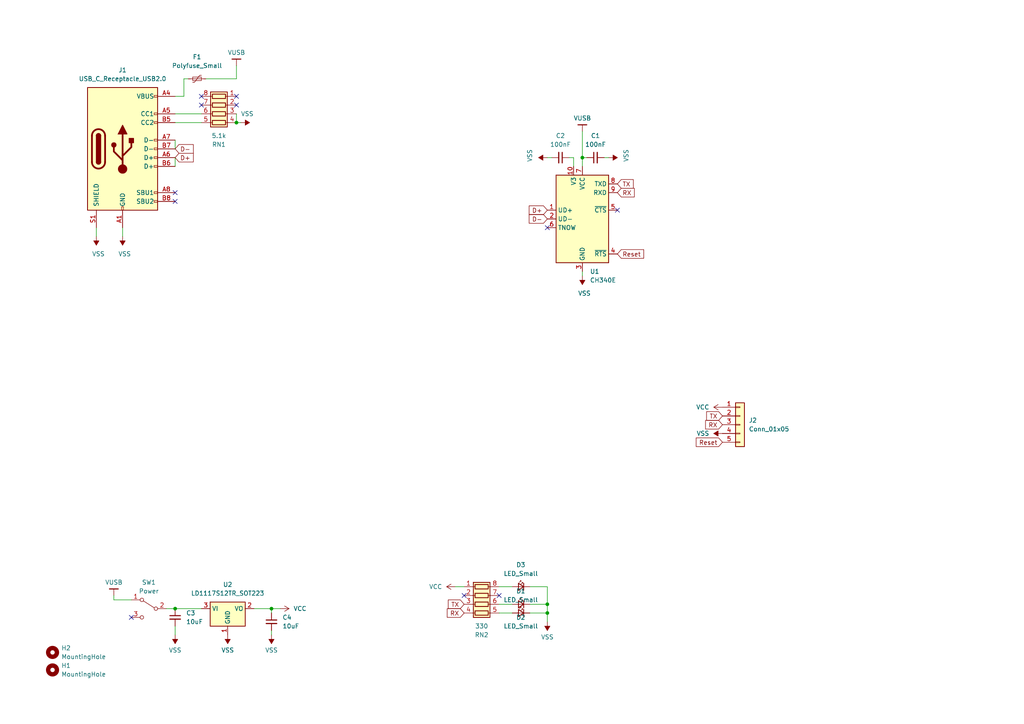
<source format=kicad_sch>
(kicad_sch (version 20230121) (generator eeschema)
  (paper "A4")
  (lib_symbols
    (symbol "Connector:USB_C_Receptacle_USB2.0" (pin_names (offset 1.016))
      (property "Reference" "J" (at -10.16 19.05 0))
      (property "Value" "USB_C_Receptacle_USB2.0" (at 19.05 19.05 0))
      (symbol "USB_C_Receptacle_USB2.0_0_0"
        (rectangle (start -0.254 -17.78) (end 0.254 -16.764))
        (rectangle (start 10.16 -14.986) (end 9.144 -15.494))
        (rectangle (start 10.16 -12.446) (end 9.144 -12.954))
        (rectangle (start 10.16 -4.826) (end 9.144 -5.334))
        (rectangle (start 10.16 -2.286) (end 9.144 -2.794))
        (rectangle (start 10.16 0.254) (end 9.144 -0.254))
        (rectangle (start 10.16 2.794) (end 9.144 2.286))
        (rectangle (start 10.16 7.874) (end 9.144 7.366))
        (rectangle (start 10.16 10.414) (end 9.144 9.906))
        (rectangle (start 10.16 15.494) (end 9.144 14.986))
      )
      (symbol "USB_C_Receptacle_USB2.0_0_1"
        (rectangle (start -10.16 17.78) (end 10.16 -17.78) (stroke (width 0.254)) (fill (type background)))
        (arc (start -8.89 -3.81) (mid -6.985 -5.7067) (end -5.08 -3.81) (stroke (width 0.508)))
        (arc (start -7.62 -3.81) (mid -6.985 -4.4423) (end -6.35 -3.81) (stroke (width 0.254)))
        (arc (start -7.62 -3.81) (mid -6.985 -4.4423) (end -6.35 -3.81) (stroke (width 0.254)) (fill (type outline)))
        (rectangle (start -7.62 -3.81) (end -6.35 3.81) (stroke (width 0.254)) (fill (type outline)))
        (arc (start -6.35 3.81) (mid -6.985 4.4423) (end -7.62 3.81) (stroke (width 0.254)))
        (arc (start -6.35 3.81) (mid -6.985 4.4423) (end -7.62 3.81) (stroke (width 0.254)) (fill (type outline)))
        (arc (start -5.08 3.81) (mid -6.985 5.7067) (end -8.89 3.81) (stroke (width 0.508)))
        (circle (center -2.54 1.143) (radius 0.635) (stroke (width 0.254)) (fill (type outline)))
        (circle (center 0 -5.842) (radius 1.27) (fill (type outline)))
        (polyline (pts (xy -8.89 -3.81) (xy -8.89 3.81)) (stroke (width 0.508)))
        (polyline (pts (xy -5.08 3.81) (xy -5.08 -3.81)) (stroke (width 0.508)))
        (polyline (pts (xy 0 -5.842) (xy 0 4.318)) (stroke (width 0.508)))
        (polyline (pts (xy 0 -3.302) (xy -2.54 -0.762) (xy -2.54 0.508)) (stroke (width 0.508)))
        (polyline (pts (xy 0 -2.032) (xy 2.54 0.508) (xy 2.54 1.778)) (stroke (width 0.508)))
        (polyline (pts (xy -1.27 4.318) (xy 0 6.858) (xy 1.27 4.318) (xy -1.27 4.318)) (stroke (width 0.254)) (fill (type outline)))
        (rectangle (start 1.905 1.778) (end 3.175 3.048) (stroke (width 0.254)) (fill (type outline)))
      )
      (symbol "USB_C_Receptacle_USB2.0_1_1"
        (pin passive line (at 0 -22.86 90) (length 5.08) (name "GND") (number "A1"))
        (pin passive line (at 0 -22.86 90) (length 5.08) hide (name "GND") (number "A12"))
        (pin passive line (at 15.24 15.24 180) (length 5.08) (name "VBUS") (number "A4"))
        (pin bidirectional line (at 15.24 10.16 180) (length 5.08) (name "CC1") (number "A5"))
        (pin bidirectional line (at 15.24 -2.54 180) (length 5.08) (name "D+") (number "A6"))
        (pin bidirectional line (at 15.24 2.54 180) (length 5.08) (name "D-") (number "A7"))
        (pin bidirectional line (at 15.24 -12.7 180) (length 5.08) (name "SBU1") (number "A8"))
        (pin passive line (at 15.24 15.24 180) (length 5.08) hide (name "VBUS") (number "A9"))
        (pin passive line (at 0 -22.86 90) (length 5.08) hide (name "GND") (number "B1"))
        (pin passive line (at 0 -22.86 90) (length 5.08) hide (name "GND") (number "B12"))
        (pin passive line (at 15.24 15.24 180) (length 5.08) hide (name "VBUS") (number "B4"))
        (pin bidirectional line (at 15.24 7.62 180) (length 5.08) (name "CC2") (number "B5"))
        (pin bidirectional line (at 15.24 -5.08 180) (length 5.08) (name "D+") (number "B6"))
        (pin bidirectional line (at 15.24 0 180) (length 5.08) (name "D-") (number "B7"))
        (pin bidirectional line (at 15.24 -15.24 180) (length 5.08) (name "SBU2") (number "B8"))
        (pin passive line (at 15.24 15.24 180) (length 5.08) hide (name "VBUS") (number "B9"))
        (pin passive line (at -7.62 -22.86 90) (length 5.08) (name "SHIELD") (number "S1"))
      )
    )
    (symbol "Connector_Generic:Conn_01x05" (pin_names (offset 1.016) hide)
      (property "Reference" "J" (at 0 7.62 0))
      (property "Value" "Conn_01x05" (at 0 -7.62 0))
      (symbol "Conn_01x05_1_1"
        (rectangle (start -1.27 -4.953) (end 0 -5.207) (stroke (width 0.1524)))
        (rectangle (start -1.27 -2.413) (end 0 -2.667) (stroke (width 0.1524)))
        (rectangle (start -1.27 0.127) (end 0 -0.127) (stroke (width 0.1524)))
        (rectangle (start -1.27 2.667) (end 0 2.413) (stroke (width 0.1524)))
        (rectangle (start -1.27 5.207) (end 0 4.953) (stroke (width 0.1524)))
        (rectangle (start -1.27 6.35) (end 1.27 -6.35) (stroke (width 0.254)) (fill (type background)))
        (pin passive line (at -5.08 5.08 0) (length 3.81) (name "Pin_1") (number "1"))
        (pin passive line (at -5.08 2.54 0) (length 3.81) (name "Pin_2") (number "2"))
        (pin passive line (at -5.08 0 0) (length 3.81) (name "Pin_3") (number "3"))
        (pin passive line (at -5.08 -2.54 0) (length 3.81) (name "Pin_4") (number "4"))
        (pin passive line (at -5.08 -5.08 0) (length 3.81) (name "Pin_5") (number "5"))
      )
    )
    (symbol "Device:C_Small" (pin_numbers hide) (pin_names (offset 0.254) hide)
      (property "Reference" "C" (at 0.254 1.778 0))
      (property "Value" "C_Small" (at 0.254 -2.032 0))
      (symbol "C_Small_0_1"
        (polyline (pts (xy -1.524 -0.508) (xy 1.524 -0.508)) (stroke (width 0.3302)))
        (polyline (pts (xy -1.524 0.508) (xy 1.524 0.508)) (stroke (width 0.3048)))
      )
      (symbol "C_Small_1_1"
        (pin passive line (at 0 2.54 270) (length 2.032) (name "~") (number "1"))
        (pin passive line (at 0 -2.54 90) (length 2.032) (name "~") (number "2"))
      )
    )
    (symbol "Device:LED_Small" (pin_numbers hide) (pin_names (offset 0.254) hide)
      (property "Reference" "D" (at -1.27 3.175 0))
      (property "Value" "LED_Small" (at -4.445 -2.54 0))
      (symbol "LED_Small_0_1"
        (polyline (pts (xy -0.762 -1.016) (xy -0.762 1.016)) (stroke (width 0.254)))
        (polyline (pts (xy 1.016 0) (xy -0.762 0)))
        (polyline (pts (xy 0.762 -1.016) (xy -0.762 0) (xy 0.762 1.016) (xy 0.762 -1.016)) (stroke (width 0.254)))
        (polyline (pts (xy 0 0.762) (xy -0.508 1.27) (xy -0.254 1.27) (xy -0.508 1.27) (xy -0.508 1.016)))
        (polyline (pts (xy 0.508 1.27) (xy 0 1.778) (xy 0.254 1.778) (xy 0 1.778) (xy 0 1.524)))
      )
      (symbol "LED_Small_1_1"
        (pin passive line (at -2.54 0 0) (length 1.778) (name "K") (number "1"))
        (pin passive line (at 2.54 0 180) (length 1.778) (name "A") (number "2"))
      )
    )
    (symbol "Device:Polyfuse_Small" (pin_numbers hide) (pin_names (offset 0))
      (property "Reference" "F" (at -1.905 0 90))
      (property "Value" "Polyfuse_Small" (at 1.905 0 90))
      (symbol "Polyfuse_Small_0_1"
        (rectangle (start -0.508 1.27) (end 0.508 -1.27))
        (polyline (pts (xy 0 2.54) (xy 0 -2.54)))
        (polyline (pts (xy -1.016 1.27) (xy -1.016 0.762) (xy 1.016 -0.762) (xy 1.016 -1.27)))
      )
      (symbol "Polyfuse_Small_1_1"
        (pin passive line (at 0 2.54 270) (length 0.635) (name "~") (number "1"))
        (pin passive line (at 0 -2.54 90) (length 0.635) (name "~") (number "2"))
      )
    )
    (symbol "Device:R_Pack04" (pin_names (offset 0) hide)
      (property "Reference" "RN" (at -7.62 0 90))
      (property "Value" "R_Pack04" (at 5.08 0 90))
      (symbol "R_Pack04_0_1"
        (rectangle (start -6.35 -2.413) (end 3.81 2.413) (stroke (width 0.254)) (fill (type background)))
        (rectangle (start -5.715 1.905) (end -4.445 -1.905) (stroke (width 0.254)))
        (rectangle (start -3.175 1.905) (end -1.905 -1.905) (stroke (width 0.254)))
        (rectangle (start -0.635 1.905) (end 0.635 -1.905) (stroke (width 0.254)))
        (polyline (pts (xy -5.08 -2.54) (xy -5.08 -1.905)))
        (polyline (pts (xy -5.08 1.905) (xy -5.08 2.54)))
        (polyline (pts (xy -2.54 -2.54) (xy -2.54 -1.905)))
        (polyline (pts (xy -2.54 1.905) (xy -2.54 2.54)))
        (polyline (pts (xy 0 -2.54) (xy 0 -1.905)))
        (polyline (pts (xy 0 1.905) (xy 0 2.54)))
        (polyline (pts (xy 2.54 -2.54) (xy 2.54 -1.905)))
        (polyline (pts (xy 2.54 1.905) (xy 2.54 2.54)))
        (rectangle (start 1.905 1.905) (end 3.175 -1.905) (stroke (width 0.254)))
      )
      (symbol "R_Pack04_1_1"
        (pin passive line (at -5.08 -5.08 90) (length 2.54) (name "R1.1") (number "1"))
        (pin passive line (at -2.54 -5.08 90) (length 2.54) (name "R2.1") (number "2"))
        (pin passive line (at 0 -5.08 90) (length 2.54) (name "R3.1") (number "3"))
        (pin passive line (at 2.54 -5.08 90) (length 2.54) (name "R4.1") (number "4"))
        (pin passive line (at 2.54 5.08 270) (length 2.54) (name "R4.2") (number "5"))
        (pin passive line (at 0 5.08 270) (length 2.54) (name "R3.2") (number "6"))
        (pin passive line (at -2.54 5.08 270) (length 2.54) (name "R2.2") (number "7"))
        (pin passive line (at -5.08 5.08 270) (length 2.54) (name "R1.2") (number "8"))
      )
    )
    (symbol "Interface_USB:CH340E"
      (property "Reference" "U" (at -5.08 13.97 0))
      (property "Value" "CH340E" (at 1.27 13.97 0))
      (symbol "CH340E_0_1"
        (rectangle (start -7.62 12.7) (end 7.62 -12.7) (stroke (width 0.254)) (fill (type background)))
      )
      (symbol "CH340E_1_1"
        (pin bidirectional line (at -10.16 2.54 0) (length 2.54) (name "UD+") (number "1"))
        (pin passive line (at -2.54 15.24 270) (length 2.54) (name "V3") (number "10"))
        (pin bidirectional line (at -10.16 0 0) (length 2.54) (name "UD-") (number "2"))
        (pin power_in line (at 0 -15.24 90) (length 2.54) (name "GND") (number "3"))
        (pin output line (at 10.16 -10.16 180) (length 2.54) (name "~{RTS}") (number "4"))
        (pin input line (at 10.16 2.54 180) (length 2.54) (name "~{CTS}") (number "5"))
        (pin output line (at -10.16 -2.54 0) (length 2.54) (name "TNOW") (number "6"))
        (pin power_in line (at 0 15.24 270) (length 2.54) (name "VCC") (number "7"))
        (pin output line (at 10.16 10.16 180) (length 2.54) (name "TXD") (number "8"))
        (pin input line (at 10.16 7.62 180) (length 2.54) (name "RXD") (number "9"))
      )
    )
    (symbol "Mechanical:MountingHole" (pin_names (offset 1.016))
      (property "Reference" "H" (at 0 5.08 0))
      (property "Value" "MountingHole" (at 0 3.175 0))
      (symbol "MountingHole_0_1"
        (circle (center 0 0) (radius 1.27) (stroke (width 1.27)))
      )
    )
    (symbol "Regulator_Linear:LD1117S12TR_SOT223"
      (property "Reference" "U" (at -3.81 3.175 0))
      (property "Value" "LD1117S12TR_SOT223" (at 0 3.175 0))
      (symbol "LD1117S12TR_SOT223_0_1"
        (rectangle (start -5.08 -5.08) (end 5.08 1.905) (stroke (width 0.254)) (fill (type background)))
      )
      (symbol "LD1117S12TR_SOT223_1_1"
        (pin power_in line (at 0 -7.62 90) (length 2.54) (name "GND") (number "1"))
        (pin power_out line (at 7.62 0 180) (length 2.54) (name "VO") (number "2"))
        (pin power_in line (at -7.62 0 0) (length 2.54) (name "VI") (number "3"))
      )
    )
    (symbol "Switch:SW_SPDT" (pin_names (offset 0) hide)
      (property "Reference" "SW" (at 0 4.318 0))
      (property "Value" "SW_SPDT" (at 0 -5.08 0))
      (symbol "SW_SPDT_0_0"
        (circle (center -2.032 0) (radius 0.508))
        (circle (center 2.032 -2.54) (radius 0.508))
      )
      (symbol "SW_SPDT_0_1"
        (polyline (pts (xy -1.524 0.254) (xy 1.651 2.286)))
        (circle (center 2.032 2.54) (radius 0.508))
      )
      (symbol "SW_SPDT_1_1"
        (pin passive line (at 5.08 2.54 180) (length 2.54) (name "A") (number "1"))
        (pin passive line (at -5.08 0 0) (length 2.54) (name "B") (number "2"))
        (pin passive line (at 5.08 -2.54 180) (length 2.54) (name "C") (number "3"))
      )
    )
    (symbol "gkl_power:VUSB" (power) (pin_names (offset 0))
      (property "Value" "VUSB" (at 0 3.556 0))
      (symbol "VUSB_0_1"
        (polyline (pts (xy -1.27 1.905) (xy 1.27 1.905)) (stroke (width 0.3048)))
        (polyline (pts (xy 0 0) (xy 0 1.905)))
      )
      (symbol "VUSB_1_1"
        (pin power_in line (at 0 0 90) (length 0) hide (name "VUSB") (number "1"))
      )
    )
    (symbol "power:VCC" (power) (pin_names (offset 0))
      (property "Value" "VCC" (at 0 3.81 0))
      (symbol "VCC_0_1"
        (polyline (pts (xy -0.762 1.27) (xy 0 2.54)))
        (polyline (pts (xy 0 0) (xy 0 2.54)))
        (polyline (pts (xy 0 2.54) (xy 0.762 1.27)))
      )
      (symbol "VCC_1_1"
        (pin power_in line (at 0 0 90) (length 0) hide (name "VCC") (number "1"))
      )
    )
    (symbol "power:VSS" (power) (pin_names (offset 0))
      (property "Value" "VSS" (at 0 3.81 0))
      (symbol "VSS_0_1"
        (polyline (pts (xy 0 0) (xy 0 2.54)))
        (polyline (pts (xy 0.762 1.27) (xy -0.762 1.27) (xy 0 2.54) (xy 0.762 1.27)) (fill (type outline)))
      )
      (symbol "VSS_1_1"
        (pin power_in line (at 0 0 90) (length 0) hide (name "VSS") (number "1"))
      )
    )
  )
  (junction (at 78.74 176.53))
  (junction (at 68.58 35.56))
  (junction (at 158.75 175.26))
  (junction (at 50.8 176.53))
  (junction (at 158.75 177.8))
  (junction (at 168.91 45.72))
  (no_connect (at 58.42 30.48))
  (no_connect (at 68.58 27.94))
  (no_connect (at 134.62 172.72))
  (no_connect (at 50.8 58.42))
  (no_connect (at 38.1 179.07))
  (no_connect (at 158.75 66.04))
  (no_connect (at 68.58 30.48))
  (no_connect (at 144.78 172.72))
  (no_connect (at 58.42 27.94))
  (no_connect (at 179.07 60.96))
  (no_connect (at 50.8 55.88))
  (wire (pts (xy 50.8 33.02) (xy 58.42 33.02)))
  (wire (pts (xy 168.91 78.74) (xy 168.91 80.01)))
  (wire (pts (xy 78.74 182.88) (xy 78.74 184.15)))
  (wire (pts (xy 144.78 177.8) (xy 148.59 177.8)))
  (wire (pts (xy 50.8 40.64) (xy 50.8 43.18)))
  (wire (pts (xy 53.34 27.94) (xy 50.8 27.94)))
  (wire (pts (xy 68.58 35.56) (xy 69.85 35.56)))
  (wire (pts (xy 53.34 22.86) (xy 53.34 27.94)))
  (wire (pts (xy 153.67 175.26) (xy 158.75 175.26)))
  (wire (pts (xy 158.75 175.26) (xy 158.75 177.8)))
  (wire (pts (xy 59.69 22.86) (xy 68.58 22.86)))
  (wire (pts (xy 48.26 176.53) (xy 50.8 176.53)))
  (wire (pts (xy 153.67 170.18) (xy 158.75 170.18)))
  (wire (pts (xy 33.02 172.72) (xy 33.02 173.99)))
  (wire (pts (xy 78.74 176.53) (xy 81.28 176.53)))
  (wire (pts (xy 68.58 22.86) (xy 68.58 19.05)))
  (wire (pts (xy 27.94 68.58) (xy 27.94 66.04)))
  (wire (pts (xy 158.75 177.8) (xy 158.75 180.34)))
  (wire (pts (xy 53.34 22.86) (xy 54.61 22.86)))
  (wire (pts (xy 78.74 176.53) (xy 78.74 177.8)))
  (wire (pts (xy 50.8 35.56) (xy 58.42 35.56)))
  (wire (pts (xy 73.66 176.53) (xy 78.74 176.53)))
  (wire (pts (xy 158.75 170.18) (xy 158.75 175.26)))
  (wire (pts (xy 33.02 173.99) (xy 38.1 173.99)))
  (wire (pts (xy 35.56 68.58) (xy 35.56 66.04)))
  (wire (pts (xy 160.02 45.72) (xy 158.75 45.72)))
  (wire (pts (xy 50.8 176.53) (xy 58.42 176.53)))
  (wire (pts (xy 166.37 45.72) (xy 165.1 45.72)))
  (wire (pts (xy 153.67 177.8) (xy 158.75 177.8)))
  (wire (pts (xy 168.91 45.72) (xy 168.91 48.26)))
  (wire (pts (xy 132.08 170.18) (xy 134.62 170.18)))
  (wire (pts (xy 168.91 38.1) (xy 168.91 45.72)))
  (wire (pts (xy 50.8 45.72) (xy 50.8 48.26)))
  (wire (pts (xy 144.78 170.18) (xy 148.59 170.18)))
  (wire (pts (xy 168.91 45.72) (xy 170.18 45.72)))
  (wire (pts (xy 175.26 45.72) (xy 176.53 45.72)))
  (wire (pts (xy 50.8 181.61) (xy 50.8 184.15)))
  (wire (pts (xy 144.78 175.26) (xy 148.59 175.26)))
  (wire (pts (xy 68.58 33.02) (xy 68.58 35.56)))
  (wire (pts (xy 166.37 48.26) (xy 166.37 45.72)))
  (global_label "RX" (shape input) (at 209.55 123.19 180) (property "Intersheetrefs" "${INTERSHEET_REFS}" (effects hide)))
  (global_label "D+" (shape input) (at 50.8 45.72 0) (property "Intersheetrefs" "${INTERSHEET_REFS}" (effects hide)))
  (global_label "TX" (shape input) (at 179.07 53.34 0) (property "Intersheetrefs" "${INTERSHEET_REFS}" (effects hide)))
  (global_label "D+" (shape input) (at 158.75 60.96 180) (property "Intersheetrefs" "${INTERSHEET_REFS}" (effects hide)))
  (global_label "D-" (shape input) (at 158.75 63.5 180) (property "Intersheetrefs" "${INTERSHEET_REFS}" (effects hide)))
  (global_label "D-" (shape input) (at 50.8 43.18 0) (property "Intersheetrefs" "${INTERSHEET_REFS}" (effects hide)))
  (global_label "TX" (shape input) (at 134.62 175.26 180) (property "Intersheetrefs" "${INTERSHEET_REFS}" (effects hide)))
  (global_label "RX" (shape input) (at 179.07 55.88 0) (property "Intersheetrefs" "${INTERSHEET_REFS}" (effects hide)))
  (global_label "Reset" (shape input) (at 179.07 73.66 0) (property "Intersheetrefs" "${INTERSHEET_REFS}" (effects hide)))
  (global_label "TX" (shape input) (at 209.55 120.65 180) (property "Intersheetrefs" "${INTERSHEET_REFS}" (effects hide)))
  (global_label "RX" (shape input) (at 134.62 177.8 180) (property "Intersheetrefs" "${INTERSHEET_REFS}" (effects hide)))
  (global_label "Reset" (shape input) (at 209.55 128.27 180) (property "Intersheetrefs" "${INTERSHEET_REFS}" (effects hide)))
  (symbol (lib_id "Device:Polyfuse_Small") (at 57.15 22.86 90) (unit 1)
    (property "Reference" "F1" (at 57.15 16.51 90))
    (property "Value" "Polyfuse_Small" (at 57.15 19.05 90))
    (property "Footprint" "Fuse:Fuse_0603_1608Metric" (effects hide))
  )
  (symbol (lib_id "Device:R_Pack04") (at 63.5 33.02 90) (mirror x) (unit 1)
    (property "Reference" "RN1" (at 63.5 41.91 90))
    (property "Value" "5.1k" (at 63.5 39.37 90))
    (property "Footprint" "Resistor_SMD:R_Array_Convex_4x0612" (effects hide))
  )
  (symbol (lib_id "power:VCC") (at 209.55 118.11 90) (mirror x) (unit 1)
    (property "Reference" "#PWR017" (effects hide))
    (property "Value" "VCC" (at 205.74 118.11 90) (effects (justify left)))
  )
  (symbol (lib_id "power:VSS") (at 158.75 180.34 180) (unit 1)
    (property "Reference" "#PWR014" (effects hide))
    (property "Value" "VSS" (at 158.75 184.785 0))
  )
  (symbol (lib_id "power:VCC") (at 81.28 176.53 270) (unit 1)
    (property "Reference" "#PWR012" (effects hide))
    (property "Value" "VCC" (at 85.09 176.53 90) (effects (justify left)))
  )
  (symbol (lib_id "power:VSS") (at 209.55 125.73 90) (unit 1)
    (property "Reference" "#PWR016" (effects hide))
    (property "Value" "VSS" (at 205.74 125.73 90) (effects (justify left)))
  )
  (symbol (lib_id "Connector_Generic:Conn_01x05") (at 214.63 123.19 0) (unit 1)
    (property "Reference" "J2" (at 217.17 121.92 0) (effects (justify left)))
    (property "Value" "Conn_01x05" (at 217.17 124.46 0) (effects (justify left)))
    (property "Footprint" "Connector_PinHeader_2.54mm:PinHeader_1x05_P2.54mm_Vertical" (effects hide))
  )
  (symbol (lib_id "power:VSS") (at 78.74 184.15 180) (unit 1)
    (property "Reference" "#PWR011" (effects hide))
    (property "Value" "VSS" (at 78.74 188.595 0))
  )
  (symbol (lib_id "Device:C_Small") (at 172.72 45.72 90) (unit 1)
    (property "Reference" "C1" (at 172.7263 39.37 90))
    (property "Value" "100nF" (at 172.7263 41.91 90))
    (property "Footprint" "Capacitor_SMD:C_0805_2012Metric" (effects hide))
  )
  (symbol (lib_id "gkl_power:VUSB") (at 68.58 19.05 0) (unit 1)
    (property "Reference" "#PWR04" (effects hide))
    (property "Value" "VUSB" (at 68.58 15.24 0))
  )
  (symbol (lib_id "Device:LED_Small") (at 151.13 175.26 0) (mirror y) (unit 1)
    (property "Reference" "D2" (at 151.0665 179.07 0))
    (property "Value" "LED_Small" (at 151.0665 181.61 0))
    (property "Footprint" "LED_SMD:LED_0805_2012Metric" (effects hide))
  )
  (symbol (lib_id "power:VSS") (at 158.75 45.72 90) (mirror x) (unit 1)
    (property "Reference" "#PWR07" (effects hide))
    (property "Value" "VSS" (at 153.67 46.99 0) (effects (justify right)))
  )
  (symbol (lib_id "Connector:USB_C_Receptacle_USB2.0") (at 35.56 43.18 0) (unit 1)
    (property "Reference" "J1" (at 35.56 20.32 0))
    (property "Value" "USB_C_Receptacle_USB2.0" (at 35.56 22.86 0))
    (property "Footprint" "BadgePiratesFootprint:USB_C_Receptical-Jing" (effects hide))
    (property "Datasheet" "https://www.usb.org/sites/default/files/documents/usb_type-c.zip" (effects hide))
  )
  (symbol (lib_id "Device:R_Pack04") (at 139.7 175.26 270) (unit 1)
    (property "Reference" "RN2" (at 139.7 184.15 90))
    (property "Value" "330" (at 139.7 181.61 90))
    (property "Footprint" "Resistor_SMD:R_Array_Convex_4x0612" (effects hide))
  )
  (symbol (lib_id "power:VSS") (at 27.94 68.58 180) (unit 1)
    (property "Reference" "#PWR02" (effects hide))
    (property "Value" "VSS" (at 26.67 73.66 0) (effects (justify right)))
  )
  (symbol (lib_id "Regulator_Linear:LD1117S12TR_SOT223") (at 66.04 176.53 0) (unit 1)
    (property "Reference" "U2" (at 66.04 169.545 0))
    (property "Value" "LD1117S12TR_SOT223" (at 66.04 172.085 0))
    (property "Footprint" "Package_TO_SOT_SMD:SOT-223-3_TabPin2" (effects hide))
    (property "Datasheet" "http://www.st.com/st-web-ui/static/active/en/resource/technical/document/datasheet/CD00000544.pdf" (effects hide))
  )
  (symbol (lib_id "Mechanical:MountingHole") (at 15.24 194.31 0) (unit 1)
    (property "Reference" "H1" (at 17.78 193.04 0) (effects (justify left)))
    (property "Value" "MountingHole" (at 17.78 195.58 0) (effects (justify left)))
    (property "Footprint" "MountingHole:MountingHole_2.2mm_M2" (effects hide))
  )
  (symbol (lib_id "power:VSS") (at 69.85 35.56 270) (unit 1)
    (property "Reference" "#PWR05" (effects hide))
    (property "Value" "VSS" (at 69.85 33.02 90) (effects (justify left)))
  )
  (symbol (lib_id "gkl_power:VUSB") (at 168.91 38.1 0) (unit 1)
    (property "Reference" "#PWR015" (effects hide))
    (property "Value" "VUSB" (at 168.91 34.29 0))
  )
  (symbol (lib_id "Device:LED_Small") (at 151.13 170.18 0) (mirror y) (unit 1)
    (property "Reference" "D3" (at 151.0665 163.83 0))
    (property "Value" "LED_Small" (at 151.0665 166.37 0))
    (property "Footprint" "LED_SMD:LED_0805_2012Metric" (effects hide))
  )
  (symbol (lib_id "power:VCC") (at 132.08 170.18 90) (mirror x) (unit 1)
    (property "Reference" "#PWR013" (effects hide))
    (property "Value" "VCC" (at 128.27 170.18 90) (effects (justify left)))
  )
  (symbol (lib_id "power:VSS") (at 35.56 68.58 180) (unit 1)
    (property "Reference" "#PWR03" (effects hide))
    (property "Value" "VSS" (at 34.29 73.66 0) (effects (justify right)))
  )
  (symbol (lib_id "power:VSS") (at 168.91 80.01 180) (unit 1)
    (property "Reference" "#PWR01" (effects hide))
    (property "Value" "VSS" (at 167.64 85.09 0) (effects (justify right)))
  )
  (symbol (lib_id "Device:C_Small") (at 78.74 180.34 0) (unit 1)
    (property "Reference" "C4" (at 81.915 179.0763 0) (effects (justify left)))
    (property "Value" "10uF" (at 81.915 181.6163 0) (effects (justify left)))
    (property "Footprint" "Capacitor_SMD:C_0805_2012Metric" (effects hide))
  )
  (symbol (lib_id "Device:C_Small") (at 50.8 179.07 0) (unit 1)
    (property "Reference" "C3" (at 53.975 177.8063 0) (effects (justify left)))
    (property "Value" "10uF" (at 53.975 180.3463 0) (effects (justify left)))
    (property "Footprint" "Capacitor_SMD:C_0805_2012Metric" (effects hide))
  )
  (symbol (lib_id "power:VSS") (at 176.53 45.72 270) (unit 1)
    (property "Reference" "#PWR06" (effects hide))
    (property "Value" "VSS" (at 181.61 46.99 0) (effects (justify right)))
  )
  (symbol (lib_id "gkl_power:VUSB") (at 33.02 172.72 0) (unit 1)
    (property "Reference" "#PWR08" (effects hide))
    (property "Value" "VUSB" (at 33.02 168.91 0))
  )
  (symbol (lib_id "Mechanical:MountingHole") (at 15.24 189.23 0) (unit 1)
    (property "Reference" "H2" (at 17.78 187.96 0) (effects (justify left)))
    (property "Value" "MountingHole" (at 17.78 190.5 0) (effects (justify left)))
    (property "Footprint" "MountingHole:MountingHole_2.2mm_M2" (effects hide))
  )
  (symbol (lib_id "Device:C_Small") (at 162.56 45.72 270) (mirror x) (unit 1)
    (property "Reference" "C2" (at 162.5537 39.37 90))
    (property "Value" "100nF" (at 162.5537 41.91 90))
    (property "Footprint" "Capacitor_SMD:C_0805_2012Metric" (effects hide))
  )
  (symbol (lib_id "Device:LED_Small") (at 151.13 177.8 0) (mirror y) (unit 1)
    (property "Reference" "D1" (at 151.0665 171.45 0))
    (property "Value" "LED_Small" (at 151.0665 173.99 0))
    (property "Footprint" "LED_SMD:LED_0805_2012Metric" (effects hide))
  )
  (symbol (lib_id "Switch:SW_SPDT") (at 43.18 176.53 0) (mirror y) (unit 1)
    (property "Reference" "SW1" (at 43.18 168.91 0))
    (property "Value" "Power" (at 43.18 171.45 0))
    (property "Footprint" "Button_Switch_SMD:SW_SPDT_PCM12" (effects hide))
  )
  (symbol (lib_id "power:VSS") (at 66.04 184.15 180) (unit 1)
    (property "Reference" "#PWR010" (effects hide))
    (property "Value" "VSS" (at 66.04 188.595 0))
  )
  (symbol (lib_id "power:VSS") (at 50.8 184.15 180) (unit 1)
    (property "Reference" "#PWR09" (effects hide))
    (property "Value" "VSS" (at 50.8 188.595 0))
  )
  (symbol (lib_id "Interface_USB:CH340E") (at 168.91 63.5 0) (unit 1)
    (property "Reference" "U1" (at 171.1041 78.74 0) (effects (justify left)))
    (property "Value" "CH340E" (at 171.1041 81.28 0) (effects (justify left)))
    (property "Footprint" "Package_SO:MSOP-10_3x3mm_P0.5mm" (effects hide))
    (property "Datasheet" "https://www.mpja.com/download/35227cpdata.pdf" (effects hide))
  )
)
</source>
